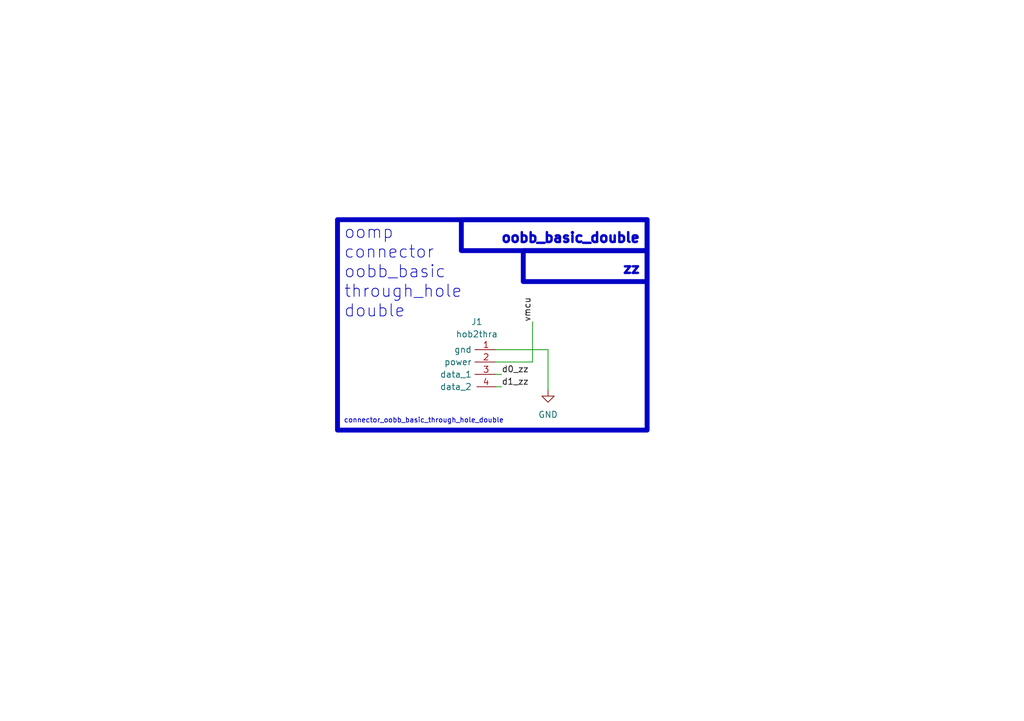
<source format=kicad_sch>
(kicad_sch (version 20230121) (generator eeschema)
  (paper "A5")
  (lib_symbols
    (symbol "oomlout_oomp_part_symbols:hob2thra_electronic_header_oobb_basic_double_through_hole_right_angle" (pin_names (offset 1.016))
      (property "Reference" "J" (at 0 5.08 0))
      (property "Value" "hob2thra_electronic_header_oobb_basic_double_through_hole_right_angle" (at 0 -7.62 0))
      (symbol "hob2thra_electronic_header_oobb_basic_double_through_hole_right_angle_1_1"
        (polyline (pts (xy 1.27 -2.54) (xy 0.8636 -2.54)) (stroke (width 0.1524)))
        (polyline (pts (xy 1.27 0) (xy 0.8636 0)) (stroke (width 0.1524)))
        (polyline (pts (xy 1.27 2.54) (xy 0.8636 2.54)) (stroke (width 0.1524)))
        (pin passive line (at 5.08 2.54 180) (length 3.81) (name "gnd") (number "1"))
        (pin passive line (at 5.08 0 180) (length 3.81) (name "power") (number "2"))
        (pin passive line (at 5.08 -2.54 180) (length 3.81) (name "data_1") (number "3"))
        (pin passive line (at 5.08 -5.08 180) (length 3.81) (name "data_2") (number "4"))
      )
    )
    (symbol "power:GND" (power) (pin_names (offset 0))
      (property "Value" "GND" (at 0 -3.81 0))
      (symbol "GND_0_1"
        (polyline (pts (xy 0 0) (xy 0 -1.27) (xy 1.27 -1.27) (xy 0 -2.54) (xy -1.27 -1.27) (xy 0 -1.27)))
      )
      (symbol "GND_1_1"
        (pin power_in line (at 0 0 270) (length 0) hide (name "GND") (number "1"))
      )
    )
  )
  (wire (pts (xy 109.22 74.295) (xy 109.22 66.04)))
  (wire (pts (xy 112.395 71.755) (xy 101.6 71.755)))
  (wire (pts (xy 112.395 80.01) (xy 112.395 71.755)))
  (wire (pts (xy 101.6 76.835) (xy 102.87 76.835)))
  (wire (pts (xy 101.6 74.295) (xy 109.22 74.295)))
  (wire (pts (xy 101.6 79.375) (xy 102.87 79.375)))
  (rectangle (start 94.615 45.085) (end 132.715 51.435) (stroke (width 1)))
  (rectangle (start 69.215 45.085) (end 132.715 88.265) (stroke (width 1)))
  (rectangle (start 107.315 51.435) (end 132.715 57.785) (stroke (width 1)))
  (text "zz" (at 131.445 56.515 0) (effects (font (size 2 2) (thickness 0.8) bold) (justify right bottom)))
  (text "connector_oobb_basic_through_hole_double" (at 70.485 86.995 0) (effects (font (size 1 1)) (justify left bottom)))
  (text "oomp\nconnector\noobb_basic\nthrough_hole\ndouble" (at 70.485 65.405 0) (effects (font (size 2.5 2.5)) (justify left bottom)))
  (text "oobb_basic_double" (at 131.445 50.165 0) (effects (font (size 2 2) (thickness 0.8) bold) (justify right bottom)))
  (label "d0_zz" (at 102.87 76.835 0))
  (label "d1_zz" (at 102.87 79.375 0))
  (label "vmcu" (at 109.22 66.04 90))
  (symbol (lib_id "oomlout_oomp_part_symbols:hob2thra_electronic_header_oobb_basic_double_through_hole_right_angle") (at 96.52 74.295 0) (unit 1)
    (property "Reference" "J1" (at 97.79 66.04 0))
    (property "Value" "hob2thra" (at 97.79 68.58 0))
    (property "Footprint" "oomlout_oomp_part_footprints:hob2thra_electronic_header_oobb_basic_double_through_hole_right_angle" (effects hide))
    (property "Datasheet" "https://github.com/oomlout/oomlout_oomp_v3/parts/electronic_header_oobb_basic_double_through_hole_right_angle/datasheet.pdf" (effects hide))
  )
  (symbol (lib_id "power:GND") (at 112.395 80.01 0) (unit 1)
    (property "Reference" "#PWR01" (effects hide))
    (property "Value" "GND" (at 112.395 85.09 0))
  )
)
</source>
